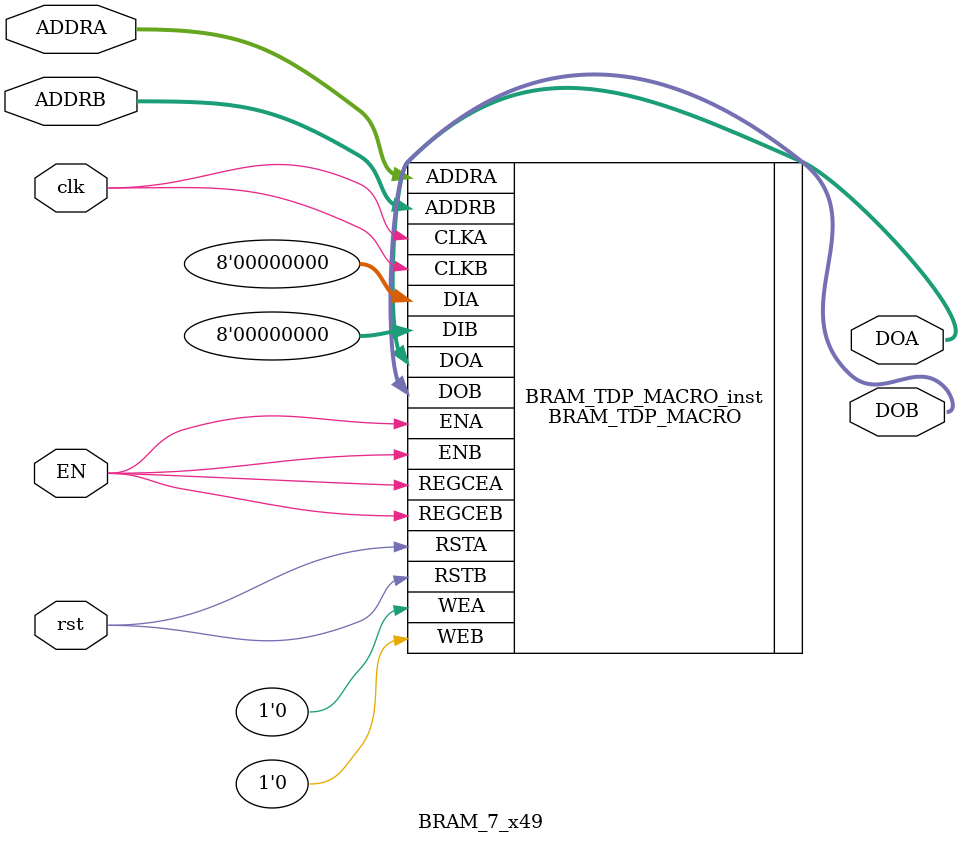
<source format=v>

module BRAM_7_x49(
    input [9:0] ADDRA,
    input [9:0] ADDRB,
    input clk,
    input rst, input EN,
    output [7:0] DOA,
    output [7:0] DOB
    );



// Spartan-6
// Xilinx HDL Libraries Guide, version 14.7
//////////////////////////////////////////////////////////////////////////
// DATA_WIDTH_A/B | BRAM_SIZE | RAM Depth | ADDRA/B Width | WEA/B Width //
// ===============|===========|===========|===============|=============//
// 19-36 | "18Kb" | 512 | 9-bit | 4-bit //
// 10-18 | "18Kb" | 1024 | 10-bit | 2-bit //
// 10-18 | "9Kb" | 512 | 9-bit | 2-bit //
// 5-9 | "18Kb" | 2048 | 11-bit | 1-bit //
// 5-9 | "9Kb" | 1024 | 10-bit | 1-bit //
// 3-4 | "18Kb" | 4096 | 12-bit | 1-bit //
// 3-4 | "9Kb" | 2048 | 11-bit | 1-bit //
// 2 | "18Kb" | 8192 | 13-bit | 1-bit //
// 2 | "9Kb" | 4096 | 12-bit | 1-bit //
// 1 | "18Kb" | 16384 | 14-bit | 1-bit //
// 1 | "9Kb" | 8192 | 12-bit | 1-bit //
//////////////////////////////////////////////////////////////////////////
BRAM_TDP_MACRO #(
	.BRAM_SIZE("9Kb"), // Target BRAM: "9Kb" or "18Kb"
	.DEVICE("SPARTAN6"), // Target device: "VIRTEX5", "VIRTEX6", "SPARTAN6"
	.DOA_REG(1), // Optional port A output register (0 or 1)
	.DOB_REG(1), // Optional port B output register (0 or 1)
	.INIT_A(36'h0123), // Initial values on port A output port
	.INIT_B(36'h3210), // Initial values on port B output port
	.INIT_FILE ("NONE"),
	.READ_WIDTH_A (8), // Valid values are 1-36
	.READ_WIDTH_B (8), // Valid values are 1-36
	.SIM_COLLISION_CHECK ("NONE"), // Collision check enable "ALL", "WARNING_ONLY",
	// "GENERATE_X_ONLY" or "NONE"
	.SRVAL_A(36'h00000000), // Set/Reset value for port A output
	.SRVAL_B(36'h00000000), // Set/Reset value for port B output
	.WRITE_MODE_A("WRITE_FIRST"), // "WRITE_FIRST", "READ_FIRST", or "NO_CHANGE"
	.WRITE_MODE_B("WRITE_FIRST"), // "WRITE_FIRST", "READ_FIRST", or "NO_CHANGE"
	.WRITE_WIDTH_A(8), // Valid values are 1-36
	.WRITE_WIDTH_B(8), // Valid values are 1-36
	
.INIT_00(256'hB332579265003F0041A010003300DC00AB0000005E00EB00C300DD0000000000),
.INIT_01(256'h34A3C20383F2CBF21FC35C630C00F1005800E100AF0008001B001700DA00C800),
.INIT_02(256'h0994B4B4824781C794CC1C6C36000000270DD58DE3800F00E700200098004100),
.INIT_03(256'h4435EB159EB58F35009F9A3FF300D7001E3DFEBDE8801600F5302030B8007300),
.INIT_04(256'h8F658FC580003E00E2D6577668006300B021FF21EA00BB004700BD000A00EE00),
.INIT_05(256'h6CDE1919BE647503D89F18588F96F1F1D6FAEC9D326716000ADB85BCF9676800),
.INIT_06(256'hDEFB87DB8C7F6BFFDC82B02286385438EF2CF9AC84808C00B000930041007C00),
.INIT_07(256'hF770DB37481BDAFC2CFB353C9BAE3CC943C72020A6E7DB0037EB618C48670000),
.INIT_08(256'h4ECFAA6F98FDC2FDBC5DEDFDCEFD21FD56FDFDFDA3FD16FD3EFD20FDFDFDFDFD),
.INIT_09(256'hC95E3FFE7E0F360FE23EA19EF1FD0CFDA5FD1CFD52FDF5FDE6FDEAFD27FD35FD),
.INIT_0A(256'hF46949497FBA7C3A6931E191CBFDFDFDDAF028701E7DF2FD1AFDDDFD65FDBCFD),
.INIT_0B(256'hB9C816E8634872C8FD6267C20EFD2AFDE3C00340157DEBFD08CDDDCD45FD8EFD),
.INIT_0C(256'h729872387DFDC3FD1F2BAA8B95FD9EFD4DDC02DC17FD46FDBAFD40FDF7FD13FD),
.INIT_0D(256'h9123E4E4439988FE2562E5A5726B0C0C2B071160CF9AEBFDF7267841049A95FD),
.INIT_0E(256'h23067A2671829602217F4DDF7BC5A9C512D10451797D71FD4DFD6EFDBCFD81FD),
.INIT_0F(256'h0A8D26CAB5E62701D106C8C16653C134BE3ADDDD5B1A26FDCA169C71B59AFDFD),
.INIT_10(256'h2D61703FA9003800F25E9C00AC000E004C00ED002C001F008500170000000000),
.INIT_11(256'hBDBAD2E40C0AAF0A958FC9D1FE006E00AA0039002E002F009E003E00FF00CD00),
.INIT_12(256'h4E1371CDF63C05BC714FFD114C000C00CEDF0D5F8380D2005B002B00AC004E00),
.INIT_13(256'h6A9A6744B53674B6A2CC1C92F8008A009C8D6D0D67800400F452B652B5006500),
.INIT_14(256'hCED6BD8837008800B78DF7D3F0007C0082640D644C005100ED005100A2008C00),
.INIT_15(256'h8F907E7EA2769FC601C1C32F927C9CCC79357485B2B02D00EB51D5E1A1B00D00),
.INIT_16(256'h0C1D1DC3C98514059525377BB1B9DFB918BBF53BFB8084002B0075001600DA00),
.INIT_17(256'hF9096A67BAF3E5C3973BB7D535C5D97557B83888E3301E00990345B3F3B0BD00),
.INIT_18(256'hD09C8DC254FDC5FD0FA361FD51FDF3FDB1FD10FDD1FDE2FD78FDEAFDFDFDFDFD),
.INIT_19(256'h40472F19F1F752F76872342C03FD93FD57FDC4FDD3FDD2FD63FDC3FD02FD30FD),
.INIT_1A(256'hB3EE8C300BC1F8418CB200ECB1FDF1FD3322F0A27E7D2FFDA6FDD6FD51FDB3FD),
.INIT_1B(256'h97679AB948CB894B5F31E16F05FD77FD617090F09A7DF9FD09AF4BAF48FD98FD),
.INIT_1C(256'h332B4075CAFD75FD4A700A2E0DFD81FD7F99F099B1FDACFD10FDACFD5FFD71FD),
.INIT_1D(256'h726D83835F8B623BFC3C3ED26F81613184C889784F4DD0FD16AC281C5C4DF0FD),
.INIT_1E(256'hF1E0E03E3478E9F868D8CA864C442244E54608C6067D79FDD6FD88FDEBFD27FD),
.INIT_1F(256'h04F4979A470E183E6AC64A28C8382488AA45C5751ECDE3FD64FEB84E0E4D40FD),



	
	//===============================================================================
	
	.INIT_20(256'h0000000000000000000000000000000000000000000000000000000000000000),
	.INIT_21(256'h0000000000000000000000000000000000000000000000000000000000000000),
	.INIT_22(256'h0000000000000000000000000000000000000000000000000000000000000000),
	.INIT_23(256'h0000000000000000000000000000000000000000000000000000000000000000),
	.INIT_24(256'h0000000000000000000000000000000000000000000000000000000000000000),
	.INIT_25(256'h0000000000000000000000000000000000000000000000000000000000000000),
	.INIT_26(256'h0000000000000000000000000000000000000000000000000000000000000000),
	.INIT_27(256'h0000000000000000000000000000000000000000000000000000000000000000),
	.INIT_28(256'h0000000000000000000000000000000000000000000000000000000000000000),
	.INIT_29(256'h0000000000000000000000000000000000000000000000000000000000000000),
	.INIT_2A(256'h0000000000000000000000000000000000000000000000000000000000000000),
	.INIT_2B(256'h0000000000000000000000000000000000000000000000000000000000000000),
	.INIT_2C(256'h0000000000000000000000000000000000000000000000000000000000000000),
	.INIT_2D(256'h0000000000000000000000000000000000000000000000000000000000000000),
	.INIT_2E(256'h0000000000000000000000000000000000000000000000000000000000000000),
	.INIT_2F(256'h0000000000000000000000000000000000000000000000000000000000000000),
	.INIT_30(256'h0000000000000000000000000000000000000000000000000000000000000000),
	.INIT_31(256'h0000000000000000000000000000000000000000000000000000000000000000),
	.INIT_32(256'h0000000000000000000000000000000000000000000000000000000000000000),
	.INIT_33(256'h0000000000000000000000000000000000000000000000000000000000000000),
	.INIT_34(256'h0000000000000000000000000000000000000000000000000000000000000000),
	.INIT_35(256'h0000000000000000000000000000000000000000000000000000000000000000),
	.INIT_36(256'h0000000000000000000000000000000000000000000000000000000000000000),
	.INIT_37(256'h0000000000000000000000000000000000000000000000000000000000000000),
	.INIT_38(256'h0000000000000000000000000000000000000000000000000000000000000000),
	.INIT_39(256'h0000000000000000000000000000000000000000000000000000000000000000),
	.INIT_3A(256'h0000000000000000000000000000000000000000000000000000000000000000),
	.INIT_3B(256'h0000000000000000000000000000000000000000000000000000000000000000),
	.INIT_3C(256'h0000000000000000000000000000000000000000000000000000000000000000),
	.INIT_3D(256'h0000000000000000000000000000000000000000000000000000000000000000),
	.INIT_3E(256'h0000000000000000000000000000000000000000000000000000000000000000),
	.INIT_3F(256'h0000000000000000000000000000000000000000000000000000000000000000),


	// The next set of INITP_xx are for the parity bits
	.INITP_00(256'h0000000000000000000000000000000000000000000000000000000000000000),
	.INITP_01(256'h0000000000000000000000000000000000000000000000000000000000000000),
	.INITP_02(256'h0000000000000000000000000000000000000000000000000000000000000000),
	.INITP_03(256'h0000000000000000000000000000000000000000000000000000000000000000),
	// The next set of INITP_xx are for "18Kb" configuration only
	.INITP_04(256'h0000000000000000000000000000000000000000000000000000000000000000),
	.INITP_05(256'h0000000000000000000000000000000000000000000000000000000000000000),
	.INITP_06(256'h0000000000000000000000000000000000000000000000000000000000000000),
	.INITP_07(256'h0000000000000000000000000000000000000000000000000000000000000000)
) BRAM_TDP_MACRO_inst (
	.DOA(DOA), // Output port-A data, width defined by READ_WIDTH_A parameter
	.DOB(DOB), // Output port-B data, width defined by READ_WIDTH_B parameter
	.ADDRA(ADDRA), // Input port-A address, width defined by Port A depth
	.ADDRB(ADDRB), // Input port-B address, width defined by Port B depth
	.CLKA(clk), // 1-bit input port-A clock
	.CLKB(clk), // 1-bit input port-B clock
	.DIA(8'h0), // Input port-A data, width defined by WRITE_WIDTH_A parameter
	.DIB(8'h0), // Input port-B data, width defined by WRITE_WIDTH_B parameter
	.ENA(EN), // 1-bit input port-A enable
	.ENB(EN), // 1-bit input port-B enable
	.REGCEA(EN), // 1-bit input port-A output register enable
	.REGCEB(EN), // 1-bit input port-B output register enable
	.RSTA(rst), // 1-bit input port-A reset
	.RSTB(rst), // 1-bit input port-B reset
	.WEA(1'b0), // Input port-A write enable, width defined by Port A depth
	.WEB(1'b0) // Input port-B write enable, width defined by Port B depth
);
// End of BRAM_TDP_MACRO_inst instantiation
endmodule

</source>
